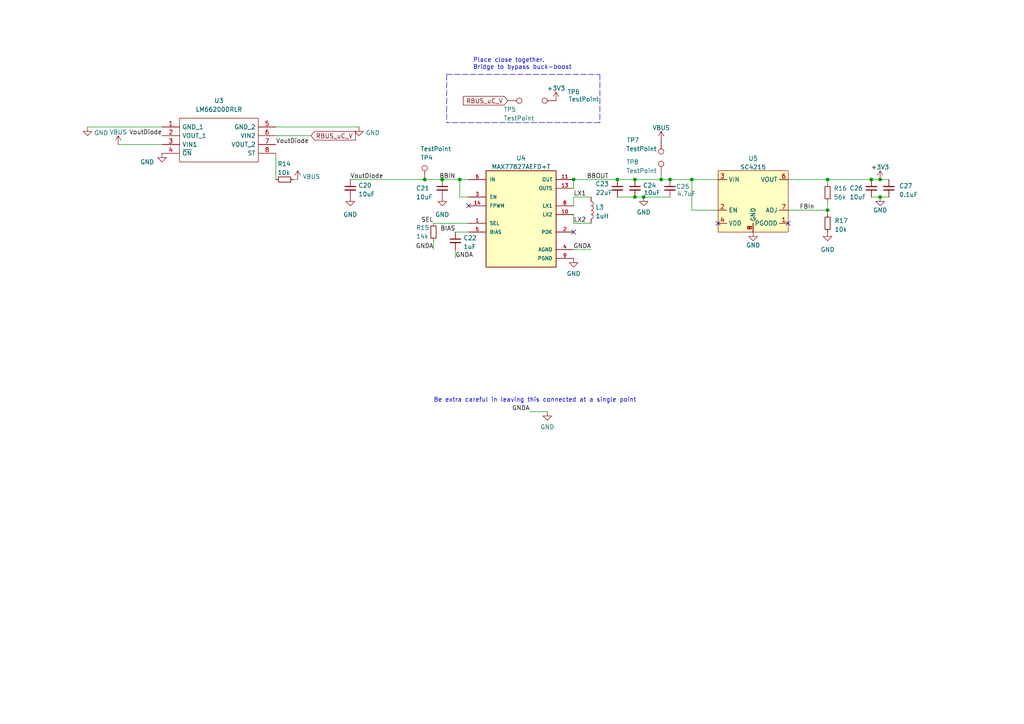
<source format=kicad_sch>
(kicad_sch (version 20211123) (generator eeschema)

  (uuid e9284afa-e324-4762-b662-a428eebcb5c2)

  (paper "A4")

  (lib_symbols
    (symbol "Connector:TestPoint" (pin_numbers hide) (pin_names (offset 0.762) hide) (in_bom yes) (on_board yes)
      (property "Reference" "TP" (id 0) (at 0 6.858 0)
        (effects (font (size 1.27 1.27)))
      )
      (property "Value" "TestPoint" (id 1) (at 0 5.08 0)
        (effects (font (size 1.27 1.27)))
      )
      (property "Footprint" "" (id 2) (at 5.08 0 0)
        (effects (font (size 1.27 1.27)) hide)
      )
      (property "Datasheet" "~" (id 3) (at 5.08 0 0)
        (effects (font (size 1.27 1.27)) hide)
      )
      (property "ki_keywords" "test point tp" (id 4) (at 0 0 0)
        (effects (font (size 1.27 1.27)) hide)
      )
      (property "ki_description" "test point" (id 5) (at 0 0 0)
        (effects (font (size 1.27 1.27)) hide)
      )
      (property "ki_fp_filters" "Pin* Test*" (id 6) (at 0 0 0)
        (effects (font (size 1.27 1.27)) hide)
      )
      (symbol "TestPoint_0_1"
        (circle (center 0 3.302) (radius 0.762)
          (stroke (width 0) (type default) (color 0 0 0 0))
          (fill (type none))
        )
      )
      (symbol "TestPoint_1_1"
        (pin passive line (at 0 0 90) (length 2.54)
          (name "1" (effects (font (size 1.27 1.27))))
          (number "1" (effects (font (size 1.27 1.27))))
        )
      )
    )
    (symbol "Device:C_Small" (pin_numbers hide) (pin_names (offset 0.254) hide) (in_bom yes) (on_board yes)
      (property "Reference" "C" (id 0) (at 0.254 1.778 0)
        (effects (font (size 1.27 1.27)) (justify left))
      )
      (property "Value" "C_Small" (id 1) (at 0.254 -2.032 0)
        (effects (font (size 1.27 1.27)) (justify left))
      )
      (property "Footprint" "" (id 2) (at 0 0 0)
        (effects (font (size 1.27 1.27)) hide)
      )
      (property "Datasheet" "~" (id 3) (at 0 0 0)
        (effects (font (size 1.27 1.27)) hide)
      )
      (property "ki_keywords" "capacitor cap" (id 4) (at 0 0 0)
        (effects (font (size 1.27 1.27)) hide)
      )
      (property "ki_description" "Unpolarized capacitor, small symbol" (id 5) (at 0 0 0)
        (effects (font (size 1.27 1.27)) hide)
      )
      (property "ki_fp_filters" "C_*" (id 6) (at 0 0 0)
        (effects (font (size 1.27 1.27)) hide)
      )
      (symbol "C_Small_0_1"
        (polyline
          (pts
            (xy -1.524 -0.508)
            (xy 1.524 -0.508)
          )
          (stroke (width 0.3302) (type default) (color 0 0 0 0))
          (fill (type none))
        )
        (polyline
          (pts
            (xy -1.524 0.508)
            (xy 1.524 0.508)
          )
          (stroke (width 0.3048) (type default) (color 0 0 0 0))
          (fill (type none))
        )
      )
      (symbol "C_Small_1_1"
        (pin passive line (at 0 2.54 270) (length 2.032)
          (name "~" (effects (font (size 1.27 1.27))))
          (number "1" (effects (font (size 1.27 1.27))))
        )
        (pin passive line (at 0 -2.54 90) (length 2.032)
          (name "~" (effects (font (size 1.27 1.27))))
          (number "2" (effects (font (size 1.27 1.27))))
        )
      )
    )
    (symbol "Device:L" (pin_numbers hide) (pin_names (offset 1.016) hide) (in_bom yes) (on_board yes)
      (property "Reference" "L" (id 0) (at -1.27 0 90)
        (effects (font (size 1.27 1.27)))
      )
      (property "Value" "L" (id 1) (at 1.905 0 90)
        (effects (font (size 1.27 1.27)))
      )
      (property "Footprint" "" (id 2) (at 0 0 0)
        (effects (font (size 1.27 1.27)) hide)
      )
      (property "Datasheet" "~" (id 3) (at 0 0 0)
        (effects (font (size 1.27 1.27)) hide)
      )
      (property "ki_keywords" "inductor choke coil reactor magnetic" (id 4) (at 0 0 0)
        (effects (font (size 1.27 1.27)) hide)
      )
      (property "ki_description" "Inductor" (id 5) (at 0 0 0)
        (effects (font (size 1.27 1.27)) hide)
      )
      (property "ki_fp_filters" "Choke_* *Coil* Inductor_* L_*" (id 6) (at 0 0 0)
        (effects (font (size 1.27 1.27)) hide)
      )
      (symbol "L_0_1"
        (arc (start 0 -2.54) (mid 0.635 -1.905) (end 0 -1.27)
          (stroke (width 0) (type default) (color 0 0 0 0))
          (fill (type none))
        )
        (arc (start 0 -1.27) (mid 0.635 -0.635) (end 0 0)
          (stroke (width 0) (type default) (color 0 0 0 0))
          (fill (type none))
        )
        (arc (start 0 0) (mid 0.635 0.635) (end 0 1.27)
          (stroke (width 0) (type default) (color 0 0 0 0))
          (fill (type none))
        )
        (arc (start 0 1.27) (mid 0.635 1.905) (end 0 2.54)
          (stroke (width 0) (type default) (color 0 0 0 0))
          (fill (type none))
        )
      )
      (symbol "L_1_1"
        (pin passive line (at 0 3.81 270) (length 1.27)
          (name "1" (effects (font (size 1.27 1.27))))
          (number "1" (effects (font (size 1.27 1.27))))
        )
        (pin passive line (at 0 -3.81 90) (length 1.27)
          (name "2" (effects (font (size 1.27 1.27))))
          (number "2" (effects (font (size 1.27 1.27))))
        )
      )
    )
    (symbol "Device:R_Small" (pin_numbers hide) (pin_names (offset 0.254) hide) (in_bom yes) (on_board yes)
      (property "Reference" "R" (id 0) (at 0.762 0.508 0)
        (effects (font (size 1.27 1.27)) (justify left))
      )
      (property "Value" "R_Small" (id 1) (at 0.762 -1.016 0)
        (effects (font (size 1.27 1.27)) (justify left))
      )
      (property "Footprint" "" (id 2) (at 0 0 0)
        (effects (font (size 1.27 1.27)) hide)
      )
      (property "Datasheet" "~" (id 3) (at 0 0 0)
        (effects (font (size 1.27 1.27)) hide)
      )
      (property "ki_keywords" "R resistor" (id 4) (at 0 0 0)
        (effects (font (size 1.27 1.27)) hide)
      )
      (property "ki_description" "Resistor, small symbol" (id 5) (at 0 0 0)
        (effects (font (size 1.27 1.27)) hide)
      )
      (property "ki_fp_filters" "R_*" (id 6) (at 0 0 0)
        (effects (font (size 1.27 1.27)) hide)
      )
      (symbol "R_Small_0_1"
        (rectangle (start -0.762 1.778) (end 0.762 -1.778)
          (stroke (width 0.2032) (type default) (color 0 0 0 0))
          (fill (type none))
        )
      )
      (symbol "R_Small_1_1"
        (pin passive line (at 0 2.54 270) (length 0.762)
          (name "~" (effects (font (size 1.27 1.27))))
          (number "1" (effects (font (size 1.27 1.27))))
        )
        (pin passive line (at 0 -2.54 90) (length 0.762)
          (name "~" (effects (font (size 1.27 1.27))))
          (number "2" (effects (font (size 1.27 1.27))))
        )
      )
    )
    (symbol "iclr:LM66200DRLR" (pin_names (offset 0.762)) (in_bom yes) (on_board yes)
      (property "Reference" "U" (id 0) (at 29.21 7.62 0)
        (effects (font (size 1.27 1.27)) (justify left))
      )
      (property "Value" "LM66200DRLR" (id 1) (at 29.21 5.08 0)
        (effects (font (size 1.27 1.27)) (justify left))
      )
      (property "Footprint" "SOTFL50P160X60-8N" (id 2) (at 29.21 2.54 0)
        (effects (font (size 1.27 1.27)) (justify left) hide)
      )
      (property "Datasheet" "https://www.ti.com/lit/gpn/lm66200" (id 3) (at 29.21 0 0)
        (effects (font (size 1.27 1.27)) (justify left) hide)
      )
      (property "Description" "1.6-V to 5.5-V, 40-m, 2.5-A, low-IQ, dual ideal diode" (id 4) (at 29.21 -2.54 0)
        (effects (font (size 1.27 1.27)) (justify left) hide)
      )
      (property "Height" "0.6" (id 5) (at 29.21 -5.08 0)
        (effects (font (size 1.27 1.27)) (justify left) hide)
      )
      (property "Manufacturer_Name" "Texas Instruments" (id 6) (at 29.21 -7.62 0)
        (effects (font (size 1.27 1.27)) (justify left) hide)
      )
      (property "Manufacturer_Part_Number" "LM66200DRLR" (id 7) (at 29.21 -10.16 0)
        (effects (font (size 1.27 1.27)) (justify left) hide)
      )
      (property "Mouser Part Number" "595-LM66200DRLR" (id 8) (at 29.21 -12.7 0)
        (effects (font (size 1.27 1.27)) (justify left) hide)
      )
      (property "Mouser Price/Stock" "https://www.mouser.co.uk/ProductDetail/Texas-Instruments/LM66200DRLR?qs=Rp5uXu7WBW90hnpZAkIOdQ%3D%3D" (id 9) (at 29.21 -15.24 0)
        (effects (font (size 1.27 1.27)) (justify left) hide)
      )
      (property "Arrow Part Number" "LM66200DRLR" (id 10) (at 29.21 -17.78 0)
        (effects (font (size 1.27 1.27)) (justify left) hide)
      )
      (property "Arrow Price/Stock" "https://www.arrow.com/en/products/lm66200drlr/texas-instruments?region=nac" (id 11) (at 29.21 -20.32 0)
        (effects (font (size 1.27 1.27)) (justify left) hide)
      )
      (property "Mouser Testing Part Number" "" (id 12) (at 29.21 -22.86 0)
        (effects (font (size 1.27 1.27)) (justify left) hide)
      )
      (property "Mouser Testing Price/Stock" "" (id 13) (at 29.21 -25.4 0)
        (effects (font (size 1.27 1.27)) (justify left) hide)
      )
      (property "ki_description" "1.6-V to 5.5-V, 40-m, 2.5-A, low-IQ, dual ideal diode" (id 14) (at 0 0 0)
        (effects (font (size 1.27 1.27)) hide)
      )
      (symbol "LM66200DRLR_0_0"
        (pin passive line (at 0 0 0) (length 5.08)
          (name "GND_1" (effects (font (size 1.27 1.27))))
          (number "1" (effects (font (size 1.27 1.27))))
        )
        (pin passive line (at 0 -2.54 0) (length 5.08)
          (name "VOUT_1" (effects (font (size 1.27 1.27))))
          (number "2" (effects (font (size 1.27 1.27))))
        )
        (pin passive line (at 0 -5.08 0) (length 5.08)
          (name "VIN1" (effects (font (size 1.27 1.27))))
          (number "3" (effects (font (size 1.27 1.27))))
        )
        (pin passive line (at 0 -7.62 0) (length 5.08)
          (name "~{ON}" (effects (font (size 1.27 1.27))))
          (number "4" (effects (font (size 1.27 1.27))))
        )
        (pin passive line (at 33.02 0 180) (length 5.08)
          (name "GND_2" (effects (font (size 1.27 1.27))))
          (number "5" (effects (font (size 1.27 1.27))))
        )
        (pin passive line (at 33.02 -2.54 180) (length 5.08)
          (name "VIN2" (effects (font (size 1.27 1.27))))
          (number "6" (effects (font (size 1.27 1.27))))
        )
        (pin passive line (at 33.02 -5.08 180) (length 5.08)
          (name "VOUT_2" (effects (font (size 1.27 1.27))))
          (number "7" (effects (font (size 1.27 1.27))))
        )
        (pin passive line (at 33.02 -7.62 180) (length 5.08)
          (name "ST" (effects (font (size 1.27 1.27))))
          (number "8" (effects (font (size 1.27 1.27))))
        )
      )
      (symbol "LM66200DRLR_0_1"
        (polyline
          (pts
            (xy 5.08 2.54)
            (xy 27.94 2.54)
            (xy 27.94 -10.16)
            (xy 5.08 -10.16)
            (xy 5.08 2.54)
          )
          (stroke (width 0.1524) (type default) (color 0 0 0 0))
          (fill (type none))
        )
      )
    )
    (symbol "iclr:MAX77827AEFD+T" (pin_names (offset 1.016)) (in_bom yes) (on_board yes)
      (property "Reference" "U?" (id 0) (at -10.16 13.208 0)
        (effects (font (size 1.27 1.27)) (justify left bottom))
      )
      (property "Value" "MAX77827AEFD+T" (id 1) (at -10.16 -17.78 0)
        (effects (font (size 1.27 1.27)) (justify left bottom))
      )
      (property "Footprint" "CONV_MAX77827AEFD+T" (id 2) (at -6.35 19.05 0)
        (effects (font (size 1.27 1.27)) (justify left bottom) hide)
      )
      (property "Datasheet" "" (id 3) (at 0 0 0)
        (effects (font (size 1.27 1.27)) (justify left bottom) hide)
      )
      (property "MANUFACTURER" "Maxim Integrated" (id 4) (at -2.54 16.51 0)
        (effects (font (size 1.27 1.27)) (justify left bottom) hide)
      )
      (property "MAXIMUM_PACKAGE_HEIGHT" "0.6mm" (id 5) (at 1.27 13.97 0)
        (effects (font (size 1.27 1.27)) (justify left bottom) hide)
      )
      (property "PARTREV" "B" (id 6) (at 0 15.24 0)
        (effects (font (size 1.27 1.27)) (justify left bottom) hide)
      )
      (property "STANDARD" "Manufacturer Recommended" (id 7) (at -6.35 19.05 0)
        (effects (font (size 1.27 1.27)) (justify left bottom) hide)
      )
      (property "ki_locked" "" (id 8) (at 0 0 0)
        (effects (font (size 1.27 1.27)))
      )
      (symbol "MAX77827AEFD+T_0_0"
        (rectangle (start -10.16 -15.24) (end 10.16 12.7)
          (stroke (width 0.254) (type default) (color 0 0 0 0))
          (fill (type background))
        )
        (pin passive line (at -15.24 -2.54 0) (length 5.08)
          (name "SEL" (effects (font (size 1.016 1.016))))
          (number "1" (effects (font (size 1.016 1.016))))
        )
        (pin passive line (at 15.24 0 180) (length 5.08)
          (name "LX2" (effects (font (size 1.016 1.016))))
          (number "10" (effects (font (size 1.016 1.016))))
        )
        (pin output line (at 15.24 10.16 180) (length 5.08)
          (name "OUT" (effects (font (size 1.016 1.016))))
          (number "11" (effects (font (size 1.016 1.016))))
        )
        (pin input line (at 15.24 7.62 180) (length 5.08)
          (name "OUTS" (effects (font (size 1.016 1.016))))
          (number "13" (effects (font (size 1.016 1.016))))
        )
        (pin input line (at -15.24 2.54 0) (length 5.08)
          (name "FPWM" (effects (font (size 1.016 1.016))))
          (number "14" (effects (font (size 1.016 1.016))))
        )
        (pin output line (at 15.24 -5.08 180) (length 5.08)
          (name "POK" (effects (font (size 1.016 1.016))))
          (number "2" (effects (font (size 1.016 1.016))))
        )
        (pin input line (at -15.24 5.08 0) (length 5.08)
          (name "EN" (effects (font (size 1.016 1.016))))
          (number "3" (effects (font (size 1.016 1.016))))
        )
        (pin power_in line (at 15.24 -10.16 180) (length 5.08)
          (name "AGND" (effects (font (size 1.016 1.016))))
          (number "4" (effects (font (size 1.016 1.016))))
        )
        (pin passive line (at -15.24 -5.08 0) (length 5.08)
          (name "BIAS" (effects (font (size 1.016 1.016))))
          (number "5" (effects (font (size 1.016 1.016))))
        )
        (pin input line (at -15.24 10.16 0) (length 5.08)
          (name "IN" (effects (font (size 1.016 1.016))))
          (number "6" (effects (font (size 1.016 1.016))))
        )
        (pin passive line (at 15.24 2.54 180) (length 5.08)
          (name "LX1" (effects (font (size 1.016 1.016))))
          (number "8" (effects (font (size 1.016 1.016))))
        )
        (pin power_in line (at 15.24 -12.7 180) (length 5.08)
          (name "PGND" (effects (font (size 1.016 1.016))))
          (number "9" (effects (font (size 1.016 1.016))))
        )
      )
    )
    (symbol "iclr:RT9025-25GSP" (in_bom yes) (on_board yes)
      (property "Reference" "U6" (id 0) (at 0 4.8428 0)
        (effects (font (size 1.27 1.27)))
      )
      (property "Value" "RT9025-25GSP" (id 1) (at 0 2.3059 0)
        (effects (font (size 1.27 1.27)))
      )
      (property "Footprint" "iclr:SOIC127P599X175-9N" (id 2) (at 0 5.08 0)
        (effects (font (size 1.27 1.27)) hide)
      )
      (property "Datasheet" "" (id 3) (at 0 5.08 0)
        (effects (font (size 1.27 1.27)) hide)
      )
      (symbol "RT9025-25GSP_1_1"
        (rectangle (start -10.16 1.27) (end 10.16 -16.51)
          (stroke (width 0) (type default) (color 0 0 0 0))
          (fill (type background))
        )
        (pin output line (at 10.16 -13.97 180) (length 2.54)
          (name "PGOOD" (effects (font (size 1.27 1.27))))
          (number "1" (effects (font (size 1.27 1.27))))
        )
        (pin input line (at -10.16 -10.16 0) (length 2.54)
          (name "EN" (effects (font (size 1.27 1.27))))
          (number "2" (effects (font (size 1.27 1.27))))
        )
        (pin input line (at -10.16 -1.27 0) (length 2.54)
          (name "VIN" (effects (font (size 1.27 1.27))))
          (number "3" (effects (font (size 1.27 1.27))))
        )
        (pin input line (at -10.16 -13.97 0) (length 2.54)
          (name "VDD" (effects (font (size 1.27 1.27))))
          (number "4" (effects (font (size 1.27 1.27))))
        )
        (pin output line (at 10.16 -1.27 180) (length 2.54)
          (name "VOUT" (effects (font (size 1.27 1.27))))
          (number "6" (effects (font (size 1.27 1.27))))
        )
        (pin input line (at 10.16 -10.16 180) (length 2.54)
          (name "ADJ" (effects (font (size 1.27 1.27))))
          (number "7" (effects (font (size 1.27 1.27))))
        )
        (pin input line (at 0 -16.51 90) (length 2.54)
          (name "GND" (effects (font (size 1.27 1.27))))
          (number "8" (effects (font (size 1.27 1.27))))
        )
        (pin input line (at 0 -16.51 90) (length 2.54)
          (name "GND" (effects (font (size 1.27 1.27))))
          (number "9" (effects (font (size 1.27 1.27))))
        )
      )
    )
    (symbol "power:+3.3V" (power) (pin_names (offset 0)) (in_bom yes) (on_board yes)
      (property "Reference" "#PWR" (id 0) (at 0 -3.81 0)
        (effects (font (size 1.27 1.27)) hide)
      )
      (property "Value" "+3.3V" (id 1) (at 0 3.556 0)
        (effects (font (size 1.27 1.27)))
      )
      (property "Footprint" "" (id 2) (at 0 0 0)
        (effects (font (size 1.27 1.27)) hide)
      )
      (property "Datasheet" "" (id 3) (at 0 0 0)
        (effects (font (size 1.27 1.27)) hide)
      )
      (property "ki_keywords" "power-flag" (id 4) (at 0 0 0)
        (effects (font (size 1.27 1.27)) hide)
      )
      (property "ki_description" "Power symbol creates a global label with name \"+3.3V\"" (id 5) (at 0 0 0)
        (effects (font (size 1.27 1.27)) hide)
      )
      (symbol "+3.3V_0_1"
        (polyline
          (pts
            (xy -0.762 1.27)
            (xy 0 2.54)
          )
          (stroke (width 0) (type default) (color 0 0 0 0))
          (fill (type none))
        )
        (polyline
          (pts
            (xy 0 0)
            (xy 0 2.54)
          )
          (stroke (width 0) (type default) (color 0 0 0 0))
          (fill (type none))
        )
        (polyline
          (pts
            (xy 0 2.54)
            (xy 0.762 1.27)
          )
          (stroke (width 0) (type default) (color 0 0 0 0))
          (fill (type none))
        )
      )
      (symbol "+3.3V_1_1"
        (pin power_in line (at 0 0 90) (length 0) hide
          (name "+3V3" (effects (font (size 1.27 1.27))))
          (number "1" (effects (font (size 1.27 1.27))))
        )
      )
    )
    (symbol "power:GND" (power) (pin_names (offset 0)) (in_bom yes) (on_board yes)
      (property "Reference" "#PWR" (id 0) (at 0 -6.35 0)
        (effects (font (size 1.27 1.27)) hide)
      )
      (property "Value" "GND" (id 1) (at 0 -3.81 0)
        (effects (font (size 1.27 1.27)))
      )
      (property "Footprint" "" (id 2) (at 0 0 0)
        (effects (font (size 1.27 1.27)) hide)
      )
      (property "Datasheet" "" (id 3) (at 0 0 0)
        (effects (font (size 1.27 1.27)) hide)
      )
      (property "ki_keywords" "power-flag" (id 4) (at 0 0 0)
        (effects (font (size 1.27 1.27)) hide)
      )
      (property "ki_description" "Power symbol creates a global label with name \"GND\" , ground" (id 5) (at 0 0 0)
        (effects (font (size 1.27 1.27)) hide)
      )
      (symbol "GND_0_1"
        (polyline
          (pts
            (xy 0 0)
            (xy 0 -1.27)
            (xy 1.27 -1.27)
            (xy 0 -2.54)
            (xy -1.27 -1.27)
            (xy 0 -1.27)
          )
          (stroke (width 0) (type default) (color 0 0 0 0))
          (fill (type none))
        )
      )
      (symbol "GND_1_1"
        (pin power_in line (at 0 0 270) (length 0) hide
          (name "GND" (effects (font (size 1.27 1.27))))
          (number "1" (effects (font (size 1.27 1.27))))
        )
      )
    )
    (symbol "power:VBUS" (power) (pin_names (offset 0)) (in_bom yes) (on_board yes)
      (property "Reference" "#PWR" (id 0) (at 0 -3.81 0)
        (effects (font (size 1.27 1.27)) hide)
      )
      (property "Value" "VBUS" (id 1) (at 0 3.81 0)
        (effects (font (size 1.27 1.27)))
      )
      (property "Footprint" "" (id 2) (at 0 0 0)
        (effects (font (size 1.27 1.27)) hide)
      )
      (property "Datasheet" "" (id 3) (at 0 0 0)
        (effects (font (size 1.27 1.27)) hide)
      )
      (property "ki_keywords" "power-flag" (id 4) (at 0 0 0)
        (effects (font (size 1.27 1.27)) hide)
      )
      (property "ki_description" "Power symbol creates a global label with name \"VBUS\"" (id 5) (at 0 0 0)
        (effects (font (size 1.27 1.27)) hide)
      )
      (symbol "VBUS_0_1"
        (polyline
          (pts
            (xy -0.762 1.27)
            (xy 0 2.54)
          )
          (stroke (width 0) (type default) (color 0 0 0 0))
          (fill (type none))
        )
        (polyline
          (pts
            (xy 0 0)
            (xy 0 2.54)
          )
          (stroke (width 0) (type default) (color 0 0 0 0))
          (fill (type none))
        )
        (polyline
          (pts
            (xy 0 2.54)
            (xy 0.762 1.27)
          )
          (stroke (width 0) (type default) (color 0 0 0 0))
          (fill (type none))
        )
      )
      (symbol "VBUS_1_1"
        (pin power_in line (at 0 0 90) (length 0) hide
          (name "VBUS" (effects (font (size 1.27 1.27))))
          (number "1" (effects (font (size 1.27 1.27))))
        )
      )
    )
  )

  (junction (at 184.15 52.07) (diameter 0) (color 0 0 0 0)
    (uuid 025e695d-8e2d-4de8-acab-7a162cc26168)
  )
  (junction (at 240.03 52.07) (diameter 0) (color 0 0 0 0)
    (uuid 059bcba6-280b-40eb-ab89-3dc5aee13437)
  )
  (junction (at 255.27 52.07) (diameter 0) (color 0 0 0 0)
    (uuid 06d56029-c268-415d-bc15-322ae67002fd)
  )
  (junction (at 191.77 52.07) (diameter 0) (color 0 0 0 0)
    (uuid 14e6f865-9c0a-49ea-b81b-07711ade0119)
  )
  (junction (at 186.69 57.15) (diameter 0) (color 0 0 0 0)
    (uuid 19e29c7d-2497-4378-be9c-d7dd5740c97b)
  )
  (junction (at 128.27 52.07) (diameter 0) (color 0 0 0 0)
    (uuid 43fb0a3d-a75c-4a89-929f-3bfabd56e48f)
  )
  (junction (at 252.73 52.07) (diameter 0) (color 0 0 0 0)
    (uuid 8179b66d-1f6d-4cd3-85ac-0088c17d8ab7)
  )
  (junction (at 194.31 52.07) (diameter 0) (color 0 0 0 0)
    (uuid 8ec9933a-dea5-4a2f-9b22-74f5bbc005c9)
  )
  (junction (at 255.27 57.15) (diameter 0) (color 0 0 0 0)
    (uuid 91d76694-39de-439c-9769-c81f38ae49dc)
  )
  (junction (at 166.37 52.07) (diameter 0) (color 0 0 0 0)
    (uuid 9e9dab12-0d16-47c5-9925-9d9e8d96d07f)
  )
  (junction (at 123.19 52.07) (diameter 0) (color 0 0 0 0)
    (uuid a3b44a8c-bdb8-452c-89dd-c0f91112399f)
  )
  (junction (at 240.03 60.96) (diameter 0) (color 0 0 0 0)
    (uuid b05e221d-8c57-4ef8-8975-519b7161da98)
  )
  (junction (at 133.35 52.07) (diameter 0) (color 0 0 0 0)
    (uuid c11ca3bc-a8bb-430a-9e10-289b52cce878)
  )
  (junction (at 179.07 52.07) (diameter 0) (color 0 0 0 0)
    (uuid e7ba0df4-f5bc-485a-89ed-b04588169d85)
  )
  (junction (at 184.15 57.15) (diameter 0) (color 0 0 0 0)
    (uuid f79e57c7-0e3c-4c62-8d9c-1df18cf27b2b)
  )
  (junction (at 200.66 52.07) (diameter 0) (color 0 0 0 0)
    (uuid fe4fbfec-e039-4d68-bf53-26cc9c4c45e6)
  )

  (no_connect (at 166.37 67.31) (uuid 53807c26-4c3b-4a33-9e89-8f68b4e2bcb2))
  (no_connect (at 135.89 59.69) (uuid 7d5ef869-90ac-4f40-91fc-2deb9689e3d1))
  (no_connect (at 228.6 64.77) (uuid c2d351a7-a4dd-4b9d-a118-bc2023d132d4))
  (no_connect (at 208.28 64.77) (uuid cf7be989-8e30-4bee-93dd-10ce2dbd1e55))

  (wire (pts (xy 80.01 52.07) (xy 80.01 44.45))
    (stroke (width 0) (type default) (color 0 0 0 0))
    (uuid 069e75c7-38b4-4c61-9b2b-d26f0784bfa9)
  )
  (polyline (pts (xy 129.54 21.59) (xy 129.54 35.56))
    (stroke (width 0) (type default) (color 0 0 0 0))
    (uuid 0c137dcf-8a66-441f-befa-c78fe501541b)
  )

  (wire (pts (xy 133.35 57.15) (xy 135.89 57.15))
    (stroke (width 0) (type default) (color 0 0 0 0))
    (uuid 0ce0f0b7-ef43-4a90-95fe-6b7b2b7912e3)
  )
  (wire (pts (xy 104.14 36.83) (xy 80.01 36.83))
    (stroke (width 0) (type default) (color 0 0 0 0))
    (uuid 0d07cbbe-592b-417c-af7f-93b278caf359)
  )
  (wire (pts (xy 166.37 52.07) (xy 179.07 52.07))
    (stroke (width 0) (type default) (color 0 0 0 0))
    (uuid 122b2869-b8ec-4c49-ab98-3e0d5323bb2d)
  )
  (wire (pts (xy 179.07 52.07) (xy 184.15 52.07))
    (stroke (width 0) (type default) (color 0 0 0 0))
    (uuid 18562939-7ae5-4144-9840-599fb6adc5e9)
  )
  (wire (pts (xy 240.03 52.07) (xy 240.03 53.34))
    (stroke (width 0) (type default) (color 0 0 0 0))
    (uuid 1d4ca962-27f2-481a-84d5-0628d75d2352)
  )
  (wire (pts (xy 166.37 57.15) (xy 171.45 57.15))
    (stroke (width 0) (type default) (color 0 0 0 0))
    (uuid 20fd74e8-e3dc-492f-8d46-fab70914d5e5)
  )
  (wire (pts (xy 200.66 52.07) (xy 200.66 60.96))
    (stroke (width 0) (type default) (color 0 0 0 0))
    (uuid 29f89d5f-90d4-44ab-aeec-d14f8866e07f)
  )
  (wire (pts (xy 179.07 57.15) (xy 184.15 57.15))
    (stroke (width 0) (type default) (color 0 0 0 0))
    (uuid 2c600a77-60ab-41dd-b34a-e4df0c47849e)
  )
  (wire (pts (xy 228.6 52.07) (xy 240.03 52.07))
    (stroke (width 0) (type default) (color 0 0 0 0))
    (uuid 317d8efb-eacf-4dbb-965e-f732dc345d8c)
  )
  (wire (pts (xy 166.37 64.77) (xy 166.37 62.23))
    (stroke (width 0) (type default) (color 0 0 0 0))
    (uuid 328aa6d3-da7a-4325-a9a1-e925b01efab3)
  )
  (wire (pts (xy 200.66 52.07) (xy 208.28 52.07))
    (stroke (width 0) (type default) (color 0 0 0 0))
    (uuid 387e88d5-12f7-4406-9187-6916bec744b1)
  )
  (wire (pts (xy 125.73 64.77) (xy 135.89 64.77))
    (stroke (width 0) (type default) (color 0 0 0 0))
    (uuid 48ea0a96-489c-4f5f-9567-57b93d7a7c28)
  )
  (wire (pts (xy 166.37 72.39) (xy 171.45 72.39))
    (stroke (width 0) (type default) (color 0 0 0 0))
    (uuid 499a9f82-3aab-4f4d-b35f-ff7f0e691b21)
  )
  (wire (pts (xy 191.77 52.07) (xy 194.31 52.07))
    (stroke (width 0) (type default) (color 0 0 0 0))
    (uuid 4eb4ab8d-2bf2-482e-a421-0cdbdb6244e4)
  )
  (wire (pts (xy 240.03 58.42) (xy 240.03 60.96))
    (stroke (width 0) (type default) (color 0 0 0 0))
    (uuid 520088cf-b918-4091-83c9-40102fcba2d8)
  )
  (wire (pts (xy 166.37 59.69) (xy 166.37 57.15))
    (stroke (width 0) (type default) (color 0 0 0 0))
    (uuid 54d0b93a-ed98-4e03-bfbf-76e3073701f9)
  )
  (wire (pts (xy 191.77 50.8) (xy 191.77 52.07))
    (stroke (width 0) (type default) (color 0 0 0 0))
    (uuid 6249e04b-f43c-4872-973a-ad0605d93f47)
  )
  (wire (pts (xy 184.15 52.07) (xy 191.77 52.07))
    (stroke (width 0) (type default) (color 0 0 0 0))
    (uuid 63eaf0a3-6d99-4d02-9521-aa50c3a316f2)
  )
  (wire (pts (xy 252.73 57.15) (xy 255.27 57.15))
    (stroke (width 0) (type default) (color 0 0 0 0))
    (uuid 6e853dfc-ebac-4a7e-8d41-4767e570c51e)
  )
  (wire (pts (xy 133.35 52.07) (xy 133.35 57.15))
    (stroke (width 0) (type default) (color 0 0 0 0))
    (uuid 71914f4a-ed80-4341-be43-e93b9bf12d2a)
  )
  (wire (pts (xy 200.66 60.96) (xy 208.28 60.96))
    (stroke (width 0) (type default) (color 0 0 0 0))
    (uuid 773cb3ea-27be-4c5c-8fd1-215821eb9abe)
  )
  (wire (pts (xy 123.19 52.07) (xy 128.27 52.07))
    (stroke (width 0) (type default) (color 0 0 0 0))
    (uuid 7842b8a8-fd2e-411a-bf1b-26c94d337b44)
  )
  (wire (pts (xy 186.69 57.15) (xy 194.31 57.15))
    (stroke (width 0) (type default) (color 0 0 0 0))
    (uuid 78687c83-9941-45a6-9218-eaf262d35659)
  )
  (wire (pts (xy 194.31 52.07) (xy 200.66 52.07))
    (stroke (width 0) (type default) (color 0 0 0 0))
    (uuid 7a7b01aa-2aad-4a77-b6c7-cac925513d0b)
  )
  (wire (pts (xy 125.73 72.39) (xy 125.73 69.85))
    (stroke (width 0) (type default) (color 0 0 0 0))
    (uuid 7d3200f3-1d13-4f29-9238-5767988c515f)
  )
  (wire (pts (xy 228.6 60.96) (xy 240.03 60.96))
    (stroke (width 0) (type default) (color 0 0 0 0))
    (uuid 8079d4db-5c65-4476-9e79-3fd6aa692d53)
  )
  (wire (pts (xy 171.45 64.77) (xy 166.37 64.77))
    (stroke (width 0) (type default) (color 0 0 0 0))
    (uuid 86748bba-867f-45cb-9f85-1a5c751a7da5)
  )
  (wire (pts (xy 255.27 57.15) (xy 257.81 57.15))
    (stroke (width 0) (type default) (color 0 0 0 0))
    (uuid 86bc36d8-21b7-4562-997f-bc02acac9692)
  )
  (wire (pts (xy 25.4 36.83) (xy 46.99 36.83))
    (stroke (width 0) (type default) (color 0 0 0 0))
    (uuid 8ebf6fcc-4ea7-4e54-85c1-8337fb6c858c)
  )
  (wire (pts (xy 34.29 41.91) (xy 46.99 41.91))
    (stroke (width 0) (type default) (color 0 0 0 0))
    (uuid 964d1527-78d9-4cd8-8981-b6177799faa6)
  )
  (wire (pts (xy 101.6 52.07) (xy 123.19 52.07))
    (stroke (width 0) (type default) (color 0 0 0 0))
    (uuid 9829648d-2745-423f-9717-bb2c77f4bc12)
  )
  (wire (pts (xy 186.69 57.15) (xy 184.15 57.15))
    (stroke (width 0) (type default) (color 0 0 0 0))
    (uuid 9bb1b466-6f6b-404a-ae7b-8a8177578908)
  )
  (polyline (pts (xy 173.99 35.56) (xy 129.54 35.56))
    (stroke (width 0) (type default) (color 0 0 0 0))
    (uuid 9cdb0461-bc94-4501-affd-22d54b141994)
  )
  (polyline (pts (xy 173.99 21.59) (xy 173.99 35.56))
    (stroke (width 0) (type default) (color 0 0 0 0))
    (uuid 9f46b781-ea4a-4e83-9037-a4f56c170db1)
  )

  (wire (pts (xy 153.67 119.38) (xy 158.75 119.38))
    (stroke (width 0) (type default) (color 0 0 0 0))
    (uuid a88f867b-5b76-4679-864a-ca83d6af997b)
  )
  (wire (pts (xy 128.27 52.07) (xy 133.35 52.07))
    (stroke (width 0) (type default) (color 0 0 0 0))
    (uuid acdfba8e-0438-4355-babd-7f18f0a9d336)
  )
  (wire (pts (xy 86.36 52.07) (xy 85.09 52.07))
    (stroke (width 0) (type default) (color 0 0 0 0))
    (uuid ae05633a-c1f7-4b5a-b3af-512a8729943c)
  )
  (polyline (pts (xy 129.54 21.59) (xy 173.99 21.59))
    (stroke (width 0) (type default) (color 0 0 0 0))
    (uuid b41836e0-06b3-4a3f-b6c4-27114c233ee8)
  )

  (wire (pts (xy 166.37 54.61) (xy 166.37 52.07))
    (stroke (width 0) (type default) (color 0 0 0 0))
    (uuid bba4a38e-2acc-4416-9232-092f7d6a876e)
  )
  (wire (pts (xy 132.08 67.31) (xy 135.89 67.31))
    (stroke (width 0) (type default) (color 0 0 0 0))
    (uuid c03c2ae5-721b-4064-80c3-93d26df1d30a)
  )
  (wire (pts (xy 255.27 52.07) (xy 252.73 52.07))
    (stroke (width 0) (type default) (color 0 0 0 0))
    (uuid c8299a21-d52e-46a3-bf35-a90f56707cfe)
  )
  (wire (pts (xy 133.35 52.07) (xy 135.89 52.07))
    (stroke (width 0) (type default) (color 0 0 0 0))
    (uuid c9a3154e-f650-4dd4-8f78-0540978414f7)
  )
  (wire (pts (xy 255.27 52.07) (xy 257.81 52.07))
    (stroke (width 0) (type default) (color 0 0 0 0))
    (uuid d01434dc-72a8-4594-a021-8cf426d84af8)
  )
  (wire (pts (xy 90.17 39.37) (xy 80.01 39.37))
    (stroke (width 0) (type default) (color 0 0 0 0))
    (uuid d21bb4f3-d8fa-457f-87e5-0c9117c8c3c6)
  )
  (wire (pts (xy 240.03 60.96) (xy 240.03 62.23))
    (stroke (width 0) (type default) (color 0 0 0 0))
    (uuid d4298c3c-c451-45e7-b752-30c5ba6276b3)
  )
  (wire (pts (xy 240.03 52.07) (xy 252.73 52.07))
    (stroke (width 0) (type default) (color 0 0 0 0))
    (uuid e9cf90f2-f40a-4e43-9dad-8eb07c30d184)
  )
  (wire (pts (xy 132.08 74.93) (xy 132.08 72.39))
    (stroke (width 0) (type default) (color 0 0 0 0))
    (uuid f5a83c90-a4ca-4c24-befa-5d98f0f52797)
  )

  (text "Place close together.\nBridge to bypass buck-boost\n"
    (at 137.16 20.32 0)
    (effects (font (size 1.27 1.27)) (justify left bottom))
    (uuid 3a7937d4-d5a9-42a6-95f5-07bc88fba704)
  )
  (text "Be extra careful in leaving this connected at a single point\n"
    (at 125.73 116.84 0)
    (effects (font (size 1.27 1.27)) (justify left bottom))
    (uuid ddceb510-327a-43ec-a3b4-861d6a13866d)
  )

  (label "VoutDiode" (at 80.01 41.91 0)
    (effects (font (size 1.27 1.27)) (justify left bottom))
    (uuid 0ec526c7-6ea5-4f80-b884-0d8169b753b1)
  )
  (label "GNDA" (at 132.08 74.93 0)
    (effects (font (size 1.27 1.27)) (justify left bottom))
    (uuid 33e483e1-28ce-477f-8e1a-90f7633c989b)
  )
  (label "VoutDiode" (at 46.99 39.37 180)
    (effects (font (size 1.27 1.27)) (justify right bottom))
    (uuid 496c2a81-d5aa-4c30-b8c7-3198f4d6f74a)
  )
  (label "FBIn" (at 236.22 60.96 180)
    (effects (font (size 1.27 1.27)) (justify right bottom))
    (uuid 5fbcac91-7bf8-4d32-af8a-02e5f7688a48)
  )
  (label "BIAS" (at 132.08 67.31 180)
    (effects (font (size 1.27 1.27)) (justify right bottom))
    (uuid 60e37982-1fa9-47a9-b417-587a3fe7ceb9)
  )
  (label "LX2" (at 166.37 64.77 0)
    (effects (font (size 1.27 1.27)) (justify left bottom))
    (uuid 7b61fba6-6c58-4e67-b708-44bfeafe212e)
  )
  (label "GNDA" (at 153.67 119.38 180)
    (effects (font (size 1.27 1.27)) (justify right bottom))
    (uuid 7da82053-ba3b-46bf-b2cc-08b410b5dbbd)
  )
  (label "GNDA" (at 125.73 72.39 180)
    (effects (font (size 1.27 1.27)) (justify right bottom))
    (uuid 7e783541-0e95-4709-9e7d-1ab38887bfc3)
  )
  (label "SEL" (at 125.73 64.77 180)
    (effects (font (size 1.27 1.27)) (justify right bottom))
    (uuid 8a02467e-d38c-4404-a183-5535d785675e)
  )
  (label "VoutDiode" (at 101.6 52.07 0)
    (effects (font (size 1.27 1.27)) (justify left bottom))
    (uuid 9d432cc0-84e4-4801-b74a-6d1d1c8e0f6e)
  )
  (label "GNDA" (at 171.45 72.39 180)
    (effects (font (size 1.27 1.27)) (justify right bottom))
    (uuid a787de0b-7ccc-4147-b23c-b19cab72577e)
  )
  (label "BBOUT" (at 170.18 52.07 0)
    (effects (font (size 1.27 1.27)) (justify left bottom))
    (uuid b4020e3b-82a8-4f84-b714-bf5860c1d263)
  )
  (label "LX1" (at 166.37 57.15 0)
    (effects (font (size 1.27 1.27)) (justify left bottom))
    (uuid e1fd3ae5-96a2-49d4-8023-84843f0218d9)
  )
  (label "BBIN" (at 132.08 52.07 180)
    (effects (font (size 1.27 1.27)) (justify right bottom))
    (uuid f6552616-3e16-4f1d-8d96-a50fa9e83030)
  )

  (global_label "RBUS_uC_V" (shape input) (at 147.32 29.21 180) (fields_autoplaced)
    (effects (font (size 1.27 1.27)) (justify right))
    (uuid 8d8323d3-7cbe-4936-9929-96c8416b91d5)
    (property "Intersheet References" "${INTERSHEET_REFS}" (id 0) (at 134.4729 29.1306 0)
      (effects (font (size 1.27 1.27)) (justify right) hide)
    )
  )
  (global_label "RBUS_uC_V" (shape input) (at 90.17 39.37 0) (fields_autoplaced)
    (effects (font (size 1.27 1.27)) (justify left))
    (uuid fa70bd12-03a5-4c86-a4a3-bff8b0094b6c)
    (property "Intersheet References" "${INTERSHEET_REFS}" (id 0) (at 103.0171 39.4494 0)
      (effects (font (size 1.27 1.27)) (justify left) hide)
    )
  )

  (symbol (lib_id "power:+3.3V") (at 161.29 29.21 0) (unit 1)
    (in_bom yes) (on_board yes) (fields_autoplaced)
    (uuid 01fcc328-e73e-43dc-b2ab-acd21c5b0bd6)
    (property "Reference" "#PWR043" (id 0) (at 161.29 33.02 0)
      (effects (font (size 1.27 1.27)) hide)
    )
    (property "Value" "+3.3V" (id 1) (at 161.29 25.6342 0))
    (property "Footprint" "" (id 2) (at 161.29 29.21 0)
      (effects (font (size 1.27 1.27)) hide)
    )
    (property "Datasheet" "" (id 3) (at 161.29 29.21 0)
      (effects (font (size 1.27 1.27)) hide)
    )
    (pin "1" (uuid 7cdf4ed6-00ba-46ce-a304-48e5fb33a313))
  )

  (symbol (lib_id "iclr:LM66200DRLR") (at 46.99 36.83 0) (unit 1)
    (in_bom yes) (on_board yes) (fields_autoplaced)
    (uuid 067fcbdc-a037-45c7-a11e-fa748d280ce6)
    (property "Reference" "U3" (id 0) (at 63.5 29.21 0))
    (property "Value" "LM66200DRLR" (id 1) (at 63.5 31.75 0))
    (property "Footprint" "iclr:SOTFL50P160X60-8N" (id 2) (at 76.2 34.29 0)
      (effects (font (size 1.27 1.27)) (justify left) hide)
    )
    (property "Datasheet" "https://www.ti.com/lit/gpn/lm66200" (id 3) (at 76.2 36.83 0)
      (effects (font (size 1.27 1.27)) (justify left) hide)
    )
    (property "Description" "1.6-V to 5.5-V, 40-m, 2.5-A, low-IQ, dual ideal diode" (id 4) (at 76.2 39.37 0)
      (effects (font (size 1.27 1.27)) (justify left) hide)
    )
    (property "Height" "0.6" (id 5) (at 76.2 41.91 0)
      (effects (font (size 1.27 1.27)) (justify left) hide)
    )
    (property "Manufacturer_Name" "Texas Instruments" (id 6) (at 76.2 44.45 0)
      (effects (font (size 1.27 1.27)) (justify left) hide)
    )
    (property "Manufacturer_Part_Number" "LM66200DRLR" (id 7) (at 76.2 46.99 0)
      (effects (font (size 1.27 1.27)) (justify left) hide)
    )
    (property "Mouser Part Number" "595-LM66200DRLR" (id 8) (at 76.2 49.53 0)
      (effects (font (size 1.27 1.27)) (justify left) hide)
    )
    (property "Mouser Price/Stock" "https://www.mouser.co.uk/ProductDetail/Texas-Instruments/LM66200DRLR?qs=Rp5uXu7WBW90hnpZAkIOdQ%3D%3D" (id 9) (at 76.2 52.07 0)
      (effects (font (size 1.27 1.27)) (justify left) hide)
    )
    (property "Arrow Part Number" "LM66200DRLR" (id 10) (at 76.2 54.61 0)
      (effects (font (size 1.27 1.27)) (justify left) hide)
    )
    (property "Arrow Price/Stock" "https://www.arrow.com/en/products/lm66200drlr/texas-instruments?region=nac" (id 11) (at 76.2 57.15 0)
      (effects (font (size 1.27 1.27)) (justify left) hide)
    )
    (property "Mouser Testing Part Number" "" (id 12) (at 76.2 59.69 0)
      (effects (font (size 1.27 1.27)) (justify left) hide)
    )
    (property "Mouser Testing Price/Stock" "" (id 13) (at 76.2 62.23 0)
      (effects (font (size 1.27 1.27)) (justify left) hide)
    )
    (pin "1" (uuid de04ed22-8bf6-4aa8-b9aa-bac93e62329f))
    (pin "2" (uuid c10836e3-7f96-402e-a4fc-765ae419f0e1))
    (pin "3" (uuid eb0aba89-2a8c-48c7-bfb3-d9665cf0f875))
    (pin "4" (uuid 4eaa0c19-20d0-4a63-809b-b4ca2a01a3d7))
    (pin "5" (uuid 8d12963f-ba87-4425-9f8f-437662278e72))
    (pin "6" (uuid 2f011149-03f4-40e4-9b35-ac19d5c6054f))
    (pin "7" (uuid 2826ff95-9ad9-4206-9c8a-66019c48ab44))
    (pin "8" (uuid 5fc0c83c-d5ba-486c-becb-4dfeff9996e6))
  )

  (symbol (lib_id "Connector:TestPoint") (at 191.77 50.8 0) (unit 1)
    (in_bom yes) (on_board yes)
    (uuid 0870865b-0b96-41ff-bd58-be45e025f47e)
    (property "Reference" "TP8" (id 0) (at 181.61 46.99 0)
      (effects (font (size 1.27 1.27)) (justify left))
    )
    (property "Value" "TestPoint" (id 1) (at 181.61 49.5269 0)
      (effects (font (size 1.27 1.27)) (justify left))
    )
    (property "Footprint" "TestPoint:TestPoint_Pad_D1.5mm" (id 2) (at 196.85 50.8 0)
      (effects (font (size 1.27 1.27)) hide)
    )
    (property "Datasheet" "~" (id 3) (at 196.85 50.8 0)
      (effects (font (size 1.27 1.27)) hide)
    )
    (pin "1" (uuid 24e58f77-95c6-40c0-9248-343ffdaa6bdc))
  )

  (symbol (lib_id "Device:R_Small") (at 125.73 67.31 0) (unit 1)
    (in_bom yes) (on_board yes)
    (uuid 0a4b1e49-b2d0-4006-98bb-6b145ad5a71e)
    (property "Reference" "R15" (id 0) (at 120.65 66.04 0)
      (effects (font (size 1.27 1.27)) (justify left))
    )
    (property "Value" "14k" (id 1) (at 120.65 68.5769 0)
      (effects (font (size 1.27 1.27)) (justify left))
    )
    (property "Footprint" "Resistor_SMD:R_0402_1005Metric" (id 2) (at 125.73 67.31 0)
      (effects (font (size 1.27 1.27)) hide)
    )
    (property "Datasheet" "~" (id 3) (at 125.73 67.31 0)
      (effects (font (size 1.27 1.27)) hide)
    )
    (pin "1" (uuid 90a13044-e550-43a5-a130-a0233e0304d3))
    (pin "2" (uuid c26a6974-7142-4fc6-b347-8dd9733c47dd))
  )

  (symbol (lib_id "Device:C_Small") (at 257.81 54.61 180) (unit 1)
    (in_bom yes) (on_board yes)
    (uuid 1056b828-2aea-4271-b8c6-627303237fb2)
    (property "Reference" "C27" (id 0) (at 260.7683 53.9154 0)
      (effects (font (size 1.27 1.27)) (justify right))
    )
    (property "Value" "0.1uF" (id 1) (at 260.7683 56.4554 0)
      (effects (font (size 1.27 1.27)) (justify right))
    )
    (property "Footprint" "Capacitor_SMD:C_0402_1005Metric" (id 2) (at 257.81 54.61 0)
      (effects (font (size 1.27 1.27)) hide)
    )
    (property "Datasheet" "~" (id 3) (at 257.81 54.61 0)
      (effects (font (size 1.27 1.27)) hide)
    )
    (pin "1" (uuid 811d120f-b1b3-407d-8f9c-95cc52f092e1))
    (pin "2" (uuid 10a5749b-ea11-4c40-b878-5e16f219e60a))
  )

  (symbol (lib_id "Connector:TestPoint") (at 147.32 29.21 270) (unit 1)
    (in_bom yes) (on_board yes)
    (uuid 191a622e-bbb5-4124-b7c1-abd7ab78da85)
    (property "Reference" "TP5" (id 0) (at 146.05 31.75 90)
      (effects (font (size 1.27 1.27)) (justify left))
    )
    (property "Value" "TestPoint" (id 1) (at 146.05 34.2869 90)
      (effects (font (size 1.27 1.27)) (justify left))
    )
    (property "Footprint" "TestPoint:TestPoint_Pad_D1.5mm" (id 2) (at 147.32 34.29 0)
      (effects (font (size 1.27 1.27)) hide)
    )
    (property "Datasheet" "~" (id 3) (at 147.32 34.29 0)
      (effects (font (size 1.27 1.27)) hide)
    )
    (pin "1" (uuid cdf1a1d2-2fec-47e6-a058-f1ef4c1967da))
  )

  (symbol (lib_id "power:VBUS") (at 191.77 40.64 0) (unit 1)
    (in_bom yes) (on_board yes) (fields_autoplaced)
    (uuid 1aed480d-632a-46cd-8a88-18039e9b8e94)
    (property "Reference" "#PWR046" (id 0) (at 191.77 44.45 0)
      (effects (font (size 1.27 1.27)) hide)
    )
    (property "Value" "VBUS" (id 1) (at 191.77 37.0642 0))
    (property "Footprint" "" (id 2) (at 191.77 40.64 0)
      (effects (font (size 1.27 1.27)) hide)
    )
    (property "Datasheet" "" (id 3) (at 191.77 40.64 0)
      (effects (font (size 1.27 1.27)) hide)
    )
    (pin "1" (uuid f3894a1c-3b8c-4d72-9b64-643987d8b954))
  )

  (symbol (lib_id "Device:C_Small") (at 184.15 54.61 0) (unit 1)
    (in_bom yes) (on_board yes)
    (uuid 1ba472dc-82f1-494b-93be-f4a7d3a53013)
    (property "Reference" "C24" (id 0) (at 186.4741 53.7816 0)
      (effects (font (size 1.27 1.27)) (justify left))
    )
    (property "Value" "10uF" (id 1) (at 186.69 55.88 0)
      (effects (font (size 1.27 1.27)) (justify left))
    )
    (property "Footprint" "Capacitor_SMD:C_0402_1005Metric" (id 2) (at 184.15 54.61 0)
      (effects (font (size 1.27 1.27)) hide)
    )
    (property "Datasheet" "~" (id 3) (at 184.15 54.61 0)
      (effects (font (size 1.27 1.27)) hide)
    )
    (pin "1" (uuid d3387587-e560-432a-83a0-554a1c44342f))
    (pin "2" (uuid 34008909-d15a-432e-8a83-89239de5595a))
  )

  (symbol (lib_id "power:VBUS") (at 34.29 41.91 0) (unit 1)
    (in_bom yes) (on_board yes) (fields_autoplaced)
    (uuid 1c623854-08d3-4713-928c-d4f4420abb63)
    (property "Reference" "#PWR036" (id 0) (at 34.29 45.72 0)
      (effects (font (size 1.27 1.27)) hide)
    )
    (property "Value" "VBUS" (id 1) (at 34.29 38.3342 0))
    (property "Footprint" "" (id 2) (at 34.29 41.91 0)
      (effects (font (size 1.27 1.27)) hide)
    )
    (property "Datasheet" "" (id 3) (at 34.29 41.91 0)
      (effects (font (size 1.27 1.27)) hide)
    )
    (pin "1" (uuid aba9c3ce-2457-4e71-bdc1-1b9cc7957fd2))
  )

  (symbol (lib_id "Device:L") (at 171.45 60.96 0) (unit 1)
    (in_bom yes) (on_board yes) (fields_autoplaced)
    (uuid 1daaa7b8-83e3-44be-97b2-19fce821ff43)
    (property "Reference" "L3" (id 0) (at 172.72 60.1253 0)
      (effects (font (size 1.27 1.27)) (justify left))
    )
    (property "Value" "1uH" (id 1) (at 172.72 62.6622 0)
      (effects (font (size 1.27 1.27)) (justify left))
    )
    (property "Footprint" "Inductor_SMD:L_0805_2012Metric" (id 2) (at 171.45 60.96 0)
      (effects (font (size 1.27 1.27)) hide)
    )
    (property "Datasheet" "~" (id 3) (at 171.45 60.96 0)
      (effects (font (size 1.27 1.27)) hide)
    )
    (pin "1" (uuid d52f89a6-a217-474e-ab6b-2e4fd72edce3))
    (pin "2" (uuid 897d816f-bfb5-4bc8-9c51-b63c0a1f6524))
  )

  (symbol (lib_id "Device:R_Small") (at 82.55 52.07 270) (unit 1)
    (in_bom yes) (on_board yes)
    (uuid 233da54d-2ad1-4236-97fa-24a238a57afa)
    (property "Reference" "R14" (id 0) (at 80.4811 47.5279 90)
      (effects (font (size 1.27 1.27)) (justify left))
    )
    (property "Value" "10k" (id 1) (at 80.4811 50.0679 90)
      (effects (font (size 1.27 1.27)) (justify left))
    )
    (property "Footprint" "Resistor_SMD:R_0402_1005Metric" (id 2) (at 82.55 52.07 0)
      (effects (font (size 1.27 1.27)) hide)
    )
    (property "Datasheet" "~" (id 3) (at 82.55 52.07 0)
      (effects (font (size 1.27 1.27)) hide)
    )
    (pin "1" (uuid 2e98db93-b588-48ac-af37-f22f1eeff613))
    (pin "2" (uuid 800a0b3c-3cb7-4d2d-9dd9-d6fb0311840e))
  )

  (symbol (lib_id "Connector:TestPoint") (at 123.19 52.07 0) (unit 1)
    (in_bom yes) (on_board yes)
    (uuid 268b5def-07ff-4842-bca3-d3886d833ee9)
    (property "Reference" "TP4" (id 0) (at 121.92 45.72 0)
      (effects (font (size 1.27 1.27)) (justify left))
    )
    (property "Value" "TestPoint" (id 1) (at 121.92 43.1831 0)
      (effects (font (size 1.27 1.27)) (justify left))
    )
    (property "Footprint" "TestPoint:TestPoint_Pad_D1.5mm" (id 2) (at 128.27 52.07 0)
      (effects (font (size 1.27 1.27)) hide)
    )
    (property "Datasheet" "~" (id 3) (at 128.27 52.07 0)
      (effects (font (size 1.27 1.27)) hide)
    )
    (pin "1" (uuid 95b4cc13-de75-4a01-8f4e-159ea6000653))
  )

  (symbol (lib_id "Device:R_Small") (at 240.03 64.77 0) (unit 1)
    (in_bom yes) (on_board yes)
    (uuid 28e1f9c2-2a3d-4c7c-bc73-f83b8d1538c8)
    (property "Reference" "R17" (id 0) (at 242.044 64.0197 0)
      (effects (font (size 1.27 1.27)) (justify left))
    )
    (property "Value" "10k" (id 1) (at 242.044 66.5597 0)
      (effects (font (size 1.27 1.27)) (justify left))
    )
    (property "Footprint" "Resistor_SMD:R_0402_1005Metric" (id 2) (at 240.03 64.77 0)
      (effects (font (size 1.27 1.27)) hide)
    )
    (property "Datasheet" "~" (id 3) (at 240.03 64.77 0)
      (effects (font (size 1.27 1.27)) hide)
    )
    (pin "1" (uuid ebab3158-d028-4d5a-af97-c3406c96f4c3))
    (pin "2" (uuid 9a09eb65-e43b-4bb2-b499-7ae51152133f))
  )

  (symbol (lib_id "power:GND") (at 186.69 57.15 0) (unit 1)
    (in_bom yes) (on_board yes) (fields_autoplaced)
    (uuid 4cfe7de4-d9cf-4262-a8c0-423ce6aa3c30)
    (property "Reference" "#PWR045" (id 0) (at 186.69 63.5 0)
      (effects (font (size 1.27 1.27)) hide)
    )
    (property "Value" "GND" (id 1) (at 186.69 61.5934 0))
    (property "Footprint" "" (id 2) (at 186.69 57.15 0)
      (effects (font (size 1.27 1.27)) hide)
    )
    (property "Datasheet" "" (id 3) (at 186.69 57.15 0)
      (effects (font (size 1.27 1.27)) hide)
    )
    (pin "1" (uuid 353c51ff-aa40-40de-a07a-ab2fe892f9a4))
  )

  (symbol (lib_id "Device:C_Small") (at 128.27 54.61 0) (unit 1)
    (in_bom yes) (on_board yes)
    (uuid 567bb23c-f67b-4294-974e-5782f02ee6b1)
    (property "Reference" "C21" (id 0) (at 120.65 54.61 0)
      (effects (font (size 1.27 1.27)) (justify left))
    )
    (property "Value" "10uF" (id 1) (at 120.65 57.1469 0)
      (effects (font (size 1.27 1.27)) (justify left))
    )
    (property "Footprint" "Capacitor_SMD:C_0603_1608Metric" (id 2) (at 128.27 54.61 0)
      (effects (font (size 1.27 1.27)) hide)
    )
    (property "Datasheet" "~" (id 3) (at 128.27 54.61 0)
      (effects (font (size 1.27 1.27)) hide)
    )
    (pin "1" (uuid 02307af5-118f-4115-bf70-d37b47c6c8ec))
    (pin "2" (uuid 5e7983e5-619c-4f45-a182-885b2abb3f89))
  )

  (symbol (lib_id "power:GND") (at 101.6 57.15 0) (unit 1)
    (in_bom yes) (on_board yes) (fields_autoplaced)
    (uuid 5cc37a1d-271b-4ac9-be2a-c7b7299ba177)
    (property "Reference" "#PWR039" (id 0) (at 101.6 63.5 0)
      (effects (font (size 1.27 1.27)) hide)
    )
    (property "Value" "GND" (id 1) (at 101.6 62.23 0))
    (property "Footprint" "" (id 2) (at 101.6 57.15 0)
      (effects (font (size 1.27 1.27)) hide)
    )
    (property "Datasheet" "" (id 3) (at 101.6 57.15 0)
      (effects (font (size 1.27 1.27)) hide)
    )
    (pin "1" (uuid 76ca7ec7-a025-4bfa-b830-dea75a65a25d))
  )

  (symbol (lib_id "power:+3.3V") (at 255.27 52.07 0) (unit 1)
    (in_bom yes) (on_board yes) (fields_autoplaced)
    (uuid 6611b3f5-efb7-4d62-a2a4-cef7043315bc)
    (property "Reference" "#PWR049" (id 0) (at 255.27 55.88 0)
      (effects (font (size 1.27 1.27)) hide)
    )
    (property "Value" "+3.3V" (id 1) (at 255.27 48.4942 0))
    (property "Footprint" "" (id 2) (at 255.27 52.07 0)
      (effects (font (size 1.27 1.27)) hide)
    )
    (property "Datasheet" "" (id 3) (at 255.27 52.07 0)
      (effects (font (size 1.27 1.27)) hide)
    )
    (pin "1" (uuid 84153a8b-20be-4209-9489-525bfb67f49a))
  )

  (symbol (lib_id "Connector:TestPoint") (at 191.77 40.64 180) (unit 1)
    (in_bom yes) (on_board yes)
    (uuid 6b63f8e0-062c-443a-b458-4bc92c46512c)
    (property "Reference" "TP7" (id 0) (at 185.42 40.64 0)
      (effects (font (size 1.27 1.27)) (justify left))
    )
    (property "Value" "TestPoint" (id 1) (at 190.5 43.1769 0)
      (effects (font (size 1.27 1.27)) (justify left))
    )
    (property "Footprint" "TestPoint:TestPoint_Pad_D1.5mm" (id 2) (at 186.69 40.64 0)
      (effects (font (size 1.27 1.27)) hide)
    )
    (property "Datasheet" "~" (id 3) (at 186.69 40.64 0)
      (effects (font (size 1.27 1.27)) hide)
    )
    (pin "1" (uuid 813c74e9-b7ba-4329-b429-e281baff9143))
  )

  (symbol (lib_id "power:GND") (at 255.27 57.15 0) (unit 1)
    (in_bom yes) (on_board yes)
    (uuid 6bbd9af4-0f09-48e9-8b94-03eed7a05e8b)
    (property "Reference" "#PWR050" (id 0) (at 255.27 63.5 0)
      (effects (font (size 1.27 1.27)) hide)
    )
    (property "Value" "GND" (id 1) (at 255.27 60.96 0))
    (property "Footprint" "" (id 2) (at 255.27 57.15 0)
      (effects (font (size 1.27 1.27)) hide)
    )
    (property "Datasheet" "" (id 3) (at 255.27 57.15 0)
      (effects (font (size 1.27 1.27)) hide)
    )
    (pin "1" (uuid fd8f6f74-1802-4f5b-b3b3-62338dfb6ef0))
  )

  (symbol (lib_id "power:GND") (at 218.44 67.31 0) (unit 1)
    (in_bom yes) (on_board yes)
    (uuid 78563d1d-3aa6-4b82-bf59-bbde4d99348a)
    (property "Reference" "#PWR047" (id 0) (at 218.44 73.66 0)
      (effects (font (size 1.27 1.27)) hide)
    )
    (property "Value" "GND" (id 1) (at 218.44 71.12 0))
    (property "Footprint" "" (id 2) (at 218.44 67.31 0)
      (effects (font (size 1.27 1.27)) hide)
    )
    (property "Datasheet" "" (id 3) (at 218.44 67.31 0)
      (effects (font (size 1.27 1.27)) hide)
    )
    (pin "1" (uuid 8d012bab-7e9c-47c3-ac2c-ea1e971c4780))
  )

  (symbol (lib_id "Device:C_Small") (at 252.73 54.61 180) (unit 1)
    (in_bom yes) (on_board yes)
    (uuid 79fd8204-b316-4dfe-b28b-6ca3e0915704)
    (property "Reference" "C26" (id 0) (at 246.38 54.61 0)
      (effects (font (size 1.27 1.27)) (justify right))
    )
    (property "Value" "10uF" (id 1) (at 246.38 57.15 0)
      (effects (font (size 1.27 1.27)) (justify right))
    )
    (property "Footprint" "Capacitor_SMD:C_0402_1005Metric" (id 2) (at 252.73 54.61 0)
      (effects (font (size 1.27 1.27)) hide)
    )
    (property "Datasheet" "~" (id 3) (at 252.73 54.61 0)
      (effects (font (size 1.27 1.27)) hide)
    )
    (pin "1" (uuid 0ce1dea7-ab94-4d84-ac82-cbb11fbfac3e))
    (pin "2" (uuid ddfa016f-2ca3-4b5d-938f-ed02d7d3a17f))
  )

  (symbol (lib_id "power:GND") (at 128.27 57.15 0) (unit 1)
    (in_bom yes) (on_board yes) (fields_autoplaced)
    (uuid 7af19544-550c-41e8-b1a1-e003ac8266b0)
    (property "Reference" "#PWR041" (id 0) (at 128.27 63.5 0)
      (effects (font (size 1.27 1.27)) hide)
    )
    (property "Value" "GND" (id 1) (at 128.27 62.23 0))
    (property "Footprint" "" (id 2) (at 128.27 57.15 0)
      (effects (font (size 1.27 1.27)) hide)
    )
    (property "Datasheet" "" (id 3) (at 128.27 57.15 0)
      (effects (font (size 1.27 1.27)) hide)
    )
    (pin "1" (uuid c4ec5152-6266-494e-8268-518afa47370a))
  )

  (symbol (lib_id "Connector:TestPoint") (at 161.29 29.21 90) (unit 1)
    (in_bom yes) (on_board yes)
    (uuid 7ed4ea5d-2ecf-42be-88a1-8b4cc9b70ab6)
    (property "Reference" "TP6" (id 0) (at 166.37 26.67 90))
    (property "Value" "TestPoint" (id 1) (at 169.291 28.7716 90))
    (property "Footprint" "TestPoint:TestPoint_Pad_D1.5mm" (id 2) (at 161.29 24.13 0)
      (effects (font (size 1.27 1.27)) hide)
    )
    (property "Datasheet" "~" (id 3) (at 161.29 24.13 0)
      (effects (font (size 1.27 1.27)) hide)
    )
    (pin "1" (uuid 75466359-e8b7-4a6d-b8dc-138ac89c6a4a))
  )

  (symbol (lib_id "iclr:RT9025-25GSP") (at 218.44 50.8 0) (unit 1)
    (in_bom yes) (on_board yes) (fields_autoplaced)
    (uuid 8e7b437a-d568-4634-a4ca-9ab4da60fc54)
    (property "Reference" "U5" (id 0) (at 218.44 45.9572 0))
    (property "Value" "SC4215" (id 1) (at 218.44 48.4941 0))
    (property "Footprint" "iclr:SOIC127P599X175-9N" (id 2) (at 218.44 45.72 0)
      (effects (font (size 1.27 1.27)) hide)
    )
    (property "Datasheet" "" (id 3) (at 218.44 45.72 0)
      (effects (font (size 1.27 1.27)) hide)
    )
    (pin "1" (uuid 9b683f2f-ed5b-4e2d-a976-7acd07364576))
    (pin "2" (uuid 39f2d223-787a-41e7-aa49-f03cca45f61e))
    (pin "3" (uuid 644fc039-14ec-4235-8fdd-920b46c0bafe))
    (pin "4" (uuid 84586740-4797-418a-b915-c7d64509c879))
    (pin "6" (uuid d366fdd1-355e-4c16-8e98-ca31cf5806e9))
    (pin "7" (uuid 52520f22-1121-4b65-9754-c7b44c54c66c))
    (pin "8" (uuid ee5bc809-5263-433a-9b5c-ed0b0a95c342))
    (pin "9" (uuid 42332776-9aea-4066-a3f9-273d836ce5ba))
  )

  (symbol (lib_id "Device:C_Small") (at 101.6 54.61 0) (unit 1)
    (in_bom yes) (on_board yes) (fields_autoplaced)
    (uuid 97cf4907-5a79-45d6-b64e-3fdf38d7790f)
    (property "Reference" "C20" (id 0) (at 103.9241 53.7816 0)
      (effects (font (size 1.27 1.27)) (justify left))
    )
    (property "Value" "10uF" (id 1) (at 103.9241 56.3185 0)
      (effects (font (size 1.27 1.27)) (justify left))
    )
    (property "Footprint" "Capacitor_SMD:C_0402_1005Metric" (id 2) (at 101.6 54.61 0)
      (effects (font (size 1.27 1.27)) hide)
    )
    (property "Datasheet" "~" (id 3) (at 101.6 54.61 0)
      (effects (font (size 1.27 1.27)) hide)
    )
    (pin "1" (uuid d3775655-5351-4a4e-b16b-f61da0b1b33d))
    (pin "2" (uuid 59264173-6555-4007-9d14-2301c2edd2b0))
  )

  (symbol (lib_id "iclr:MAX77827AEFD+T") (at 151.13 62.23 0) (unit 1)
    (in_bom yes) (on_board yes) (fields_autoplaced)
    (uuid 9e553dc0-c0ec-45f7-ad87-8ecb647a8da4)
    (property "Reference" "U4" (id 0) (at 151.13 45.8302 0))
    (property "Value" "MAX77827AEFD+T" (id 1) (at 151.13 48.3671 0))
    (property "Footprint" "iclr:CONV_MAX77827AEFD+T" (id 2) (at 144.78 43.18 0)
      (effects (font (size 1.27 1.27)) (justify left bottom) hide)
    )
    (property "Datasheet" "" (id 3) (at 151.13 62.23 0)
      (effects (font (size 1.27 1.27)) (justify left bottom) hide)
    )
    (property "MANUFACTURER" "Maxim Integrated" (id 4) (at 148.59 45.72 0)
      (effects (font (size 1.27 1.27)) (justify left bottom) hide)
    )
    (property "MAXIMUM_PACKAGE_HEIGHT" "0.6mm" (id 5) (at 152.4 48.26 0)
      (effects (font (size 1.27 1.27)) (justify left bottom) hide)
    )
    (property "PARTREV" "B" (id 6) (at 151.13 46.99 0)
      (effects (font (size 1.27 1.27)) (justify left bottom) hide)
    )
    (property "STANDARD" "Manufacturer Recommended" (id 7) (at 144.78 43.18 0)
      (effects (font (size 1.27 1.27)) (justify left bottom) hide)
    )
    (pin "1" (uuid 5aeb54fe-c229-4949-b099-7a6aaaf46fa4))
    (pin "10" (uuid 90018d4c-0cfc-486f-a853-8f9334a5b3df))
    (pin "11" (uuid 79619a6e-a523-4b58-999c-478d53c19e38))
    (pin "13" (uuid acf52e15-a396-4ed3-900e-b4358e34f7b5))
    (pin "14" (uuid 4ba8bf03-3965-415b-980d-e461b55229b2))
    (pin "2" (uuid 38d1b731-a3d1-43d9-908c-2834771c255a))
    (pin "3" (uuid a586d7fd-49a0-4089-988d-03fb96c6b79e))
    (pin "4" (uuid 2820d123-c3dd-4055-b89d-0d2a5ffe925c))
    (pin "5" (uuid 0d7fa06d-228c-42fc-bbf5-8879241b5f7e))
    (pin "6" (uuid f33bb8c4-e9c8-4a25-ba1b-63a55e19b418))
    (pin "8" (uuid d0db84d9-c8d2-499e-92da-8d1a38eebd7a))
    (pin "9" (uuid b5ec3d24-44e8-479f-bac0-cbb4bfb9f36d))
  )

  (symbol (lib_id "power:VBUS") (at 86.36 52.07 0) (unit 1)
    (in_bom yes) (on_board yes) (fields_autoplaced)
    (uuid a0436a39-d2dd-4bfd-9d5f-31d8848f61c7)
    (property "Reference" "#PWR038" (id 0) (at 86.36 55.88 0)
      (effects (font (size 1.27 1.27)) hide)
    )
    (property "Value" "VBUS" (id 1) (at 87.757 51.2338 0)
      (effects (font (size 1.27 1.27)) (justify left))
    )
    (property "Footprint" "" (id 2) (at 86.36 52.07 0)
      (effects (font (size 1.27 1.27)) hide)
    )
    (property "Datasheet" "" (id 3) (at 86.36 52.07 0)
      (effects (font (size 1.27 1.27)) hide)
    )
    (pin "1" (uuid f500cb07-576c-4fa8-bf05-0ef8d9d9e596))
  )

  (symbol (lib_id "power:GND") (at 240.03 67.31 0) (unit 1)
    (in_bom yes) (on_board yes) (fields_autoplaced)
    (uuid a70548c1-203c-4454-863e-b16fb9e9870f)
    (property "Reference" "#PWR048" (id 0) (at 240.03 73.66 0)
      (effects (font (size 1.27 1.27)) hide)
    )
    (property "Value" "GND" (id 1) (at 240.03 72.39 0))
    (property "Footprint" "" (id 2) (at 240.03 67.31 0)
      (effects (font (size 1.27 1.27)) hide)
    )
    (property "Datasheet" "" (id 3) (at 240.03 67.31 0)
      (effects (font (size 1.27 1.27)) hide)
    )
    (pin "1" (uuid edb7f988-5f18-4952-89f0-f7568a59ca73))
  )

  (symbol (lib_id "power:GND") (at 166.37 74.93 0) (unit 1)
    (in_bom yes) (on_board yes) (fields_autoplaced)
    (uuid a8a64c12-e727-42fe-84c9-147f489b1a0a)
    (property "Reference" "#PWR044" (id 0) (at 166.37 81.28 0)
      (effects (font (size 1.27 1.27)) hide)
    )
    (property "Value" "GND" (id 1) (at 166.37 79.3734 0))
    (property "Footprint" "" (id 2) (at 166.37 74.93 0)
      (effects (font (size 1.27 1.27)) hide)
    )
    (property "Datasheet" "" (id 3) (at 166.37 74.93 0)
      (effects (font (size 1.27 1.27)) hide)
    )
    (pin "1" (uuid c5a74700-a75c-427c-bba2-935d41215c92))
  )

  (symbol (lib_id "power:GND") (at 25.4 36.83 0) (unit 1)
    (in_bom yes) (on_board yes) (fields_autoplaced)
    (uuid ac261603-5336-4692-858c-6a924eba379b)
    (property "Reference" "#PWR035" (id 0) (at 25.4 43.18 0)
      (effects (font (size 1.27 1.27)) hide)
    )
    (property "Value" "GND" (id 1) (at 27.305 38.5338 0)
      (effects (font (size 1.27 1.27)) (justify left))
    )
    (property "Footprint" "" (id 2) (at 25.4 36.83 0)
      (effects (font (size 1.27 1.27)) hide)
    )
    (property "Datasheet" "" (id 3) (at 25.4 36.83 0)
      (effects (font (size 1.27 1.27)) hide)
    )
    (pin "1" (uuid 7222144b-bb37-4ff5-af64-15b27f61dd19))
  )

  (symbol (lib_id "Device:C_Small") (at 194.31 54.61 0) (unit 1)
    (in_bom yes) (on_board yes)
    (uuid b6a292c1-c238-45b6-bc8e-5ffbaeabdf69)
    (property "Reference" "C25" (id 0) (at 196.0936 54.1168 0)
      (effects (font (size 1.27 1.27)) (justify left))
    )
    (property "Value" "4.7uF" (id 1) (at 196.3095 56.2152 0)
      (effects (font (size 1.27 1.27)) (justify left))
    )
    (property "Footprint" "Capacitor_SMD:C_0402_1005Metric" (id 2) (at 194.31 54.61 0)
      (effects (font (size 1.27 1.27)) hide)
    )
    (property "Datasheet" "~" (id 3) (at 194.31 54.61 0)
      (effects (font (size 1.27 1.27)) hide)
    )
    (pin "1" (uuid 22b4feea-685c-4300-be27-60926b3aab8c))
    (pin "2" (uuid 6cc2df0f-5ed8-46a0-910a-ff9ab6a9d9da))
  )

  (symbol (lib_id "Device:C_Small") (at 179.07 54.61 0) (unit 1)
    (in_bom yes) (on_board yes)
    (uuid c336c539-b496-4389-acf2-e37d7fc4929b)
    (property "Reference" "C23" (id 0) (at 172.72 53.3431 0)
      (effects (font (size 1.27 1.27)) (justify left))
    )
    (property "Value" "22uF" (id 1) (at 172.72 55.88 0)
      (effects (font (size 1.27 1.27)) (justify left))
    )
    (property "Footprint" "Capacitor_SMD:C_0603_1608Metric" (id 2) (at 179.07 54.61 0)
      (effects (font (size 1.27 1.27)) hide)
    )
    (property "Datasheet" "~" (id 3) (at 179.07 54.61 0)
      (effects (font (size 1.27 1.27)) hide)
    )
    (pin "1" (uuid e4cc81b2-5a8a-4f7d-a7f9-f88506466d95))
    (pin "2" (uuid 55939b68-4c8f-498e-995c-5ceed00a2537))
  )

  (symbol (lib_id "power:GND") (at 46.99 44.45 0) (unit 1)
    (in_bom yes) (on_board yes)
    (uuid c3e831e4-9581-4b86-9489-38377c33d701)
    (property "Reference" "#PWR037" (id 0) (at 46.99 50.8 0)
      (effects (font (size 1.27 1.27)) hide)
    )
    (property "Value" "GND" (id 1) (at 40.64 46.99 0)
      (effects (font (size 1.27 1.27)) (justify left))
    )
    (property "Footprint" "" (id 2) (at 46.99 44.45 0)
      (effects (font (size 1.27 1.27)) hide)
    )
    (property "Datasheet" "" (id 3) (at 46.99 44.45 0)
      (effects (font (size 1.27 1.27)) hide)
    )
    (pin "1" (uuid db7fadd0-3fc3-431f-960a-35665ef659a4))
  )

  (symbol (lib_id "Device:R_Small") (at 240.03 55.88 0) (unit 1)
    (in_bom yes) (on_board yes)
    (uuid c558dd18-30d2-4fa8-8315-af26fe3c484f)
    (property "Reference" "R16" (id 0) (at 241.7867 54.6505 0)
      (effects (font (size 1.27 1.27)) (justify left))
    )
    (property "Value" "56k" (id 1) (at 241.7867 57.1905 0)
      (effects (font (size 1.27 1.27)) (justify left))
    )
    (property "Footprint" "Resistor_SMD:R_0402_1005Metric" (id 2) (at 240.03 55.88 0)
      (effects (font (size 1.27 1.27)) hide)
    )
    (property "Datasheet" "~" (id 3) (at 240.03 55.88 0)
      (effects (font (size 1.27 1.27)) hide)
    )
    (pin "1" (uuid bfdf93ae-8d52-4923-a9a4-4d9d20920f1b))
    (pin "2" (uuid 803f96f8-a8d0-4a08-98e0-cbe4f528f5c6))
  )

  (symbol (lib_id "power:GND") (at 104.14 36.83 0) (unit 1)
    (in_bom yes) (on_board yes) (fields_autoplaced)
    (uuid c5fca73e-6969-4798-ae26-1f1d58d21710)
    (property "Reference" "#PWR040" (id 0) (at 104.14 43.18 0)
      (effects (font (size 1.27 1.27)) hide)
    )
    (property "Value" "GND" (id 1) (at 106.045 38.5338 0)
      (effects (font (size 1.27 1.27)) (justify left))
    )
    (property "Footprint" "" (id 2) (at 104.14 36.83 0)
      (effects (font (size 1.27 1.27)) hide)
    )
    (property "Datasheet" "" (id 3) (at 104.14 36.83 0)
      (effects (font (size 1.27 1.27)) hide)
    )
    (pin "1" (uuid 1fc81907-e540-4c99-93c5-0638aabde7c2))
  )

  (symbol (lib_id "Device:C_Small") (at 132.08 69.85 0) (unit 1)
    (in_bom yes) (on_board yes) (fields_autoplaced)
    (uuid c6557850-f881-4252-96a2-8cf25a1d90fd)
    (property "Reference" "C22" (id 0) (at 134.4041 69.0216 0)
      (effects (font (size 1.27 1.27)) (justify left))
    )
    (property "Value" "1uF" (id 1) (at 134.4041 71.5585 0)
      (effects (font (size 1.27 1.27)) (justify left))
    )
    (property "Footprint" "Capacitor_SMD:C_0402_1005Metric" (id 2) (at 132.08 69.85 0)
      (effects (font (size 1.27 1.27)) hide)
    )
    (property "Datasheet" "~" (id 3) (at 132.08 69.85 0)
      (effects (font (size 1.27 1.27)) hide)
    )
    (pin "1" (uuid c5de80ec-fe2b-40ae-8a15-4d28cf3e3767))
    (pin "2" (uuid 7ecd9bc5-e216-431b-85b7-45857930e63e))
  )

  (symbol (lib_id "power:GND") (at 158.75 119.38 0) (unit 1)
    (in_bom yes) (on_board yes) (fields_autoplaced)
    (uuid e48b03d7-507a-49e6-8f1d-dc61aa61954a)
    (property "Reference" "#PWR042" (id 0) (at 158.75 125.73 0)
      (effects (font (size 1.27 1.27)) hide)
    )
    (property "Value" "GND" (id 1) (at 158.75 123.8234 0))
    (property "Footprint" "" (id 2) (at 158.75 119.38 0)
      (effects (font (size 1.27 1.27)) hide)
    )
    (property "Datasheet" "" (id 3) (at 158.75 119.38 0)
      (effects (font (size 1.27 1.27)) hide)
    )
    (pin "1" (uuid b5441a47-c3f4-4485-8fd1-6cd8ea0a9ccf))
  )
)

</source>
